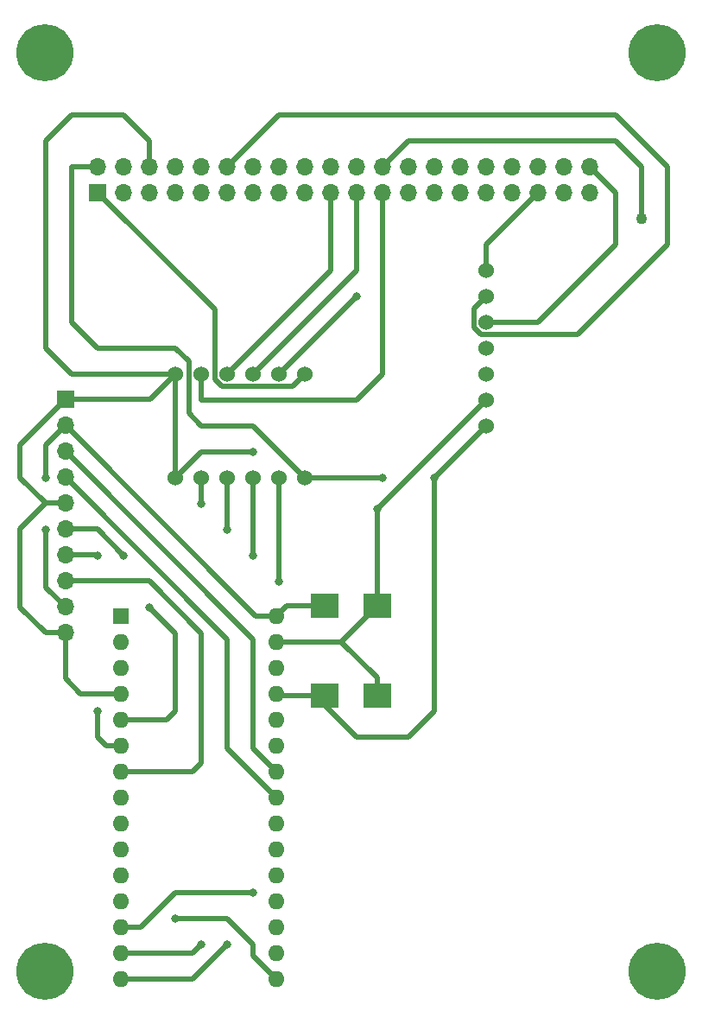
<source format=gbr>
%TF.GenerationSoftware,KiCad,Pcbnew,7.0.1*%
%TF.CreationDate,2023-03-30T15:27:08-04:00*%
%TF.ProjectId,BREAD_Slice,42524541-445f-4536-9c69-63652e6b6963,rev?*%
%TF.SameCoordinates,PX74eba40PY8552dc0*%
%TF.FileFunction,Copper,L2,Bot*%
%TF.FilePolarity,Positive*%
%FSLAX46Y46*%
G04 Gerber Fmt 4.6, Leading zero omitted, Abs format (unit mm)*
G04 Created by KiCad (PCBNEW 7.0.1) date 2023-03-30 15:27:08*
%MOMM*%
%LPD*%
G01*
G04 APERTURE LIST*
%TA.AperFunction,ComponentPad*%
%ADD10C,5.600000*%
%TD*%
%TA.AperFunction,ComponentPad*%
%ADD11R,1.600000X1.600000*%
%TD*%
%TA.AperFunction,ComponentPad*%
%ADD12O,1.600000X1.600000*%
%TD*%
%TA.AperFunction,ComponentPad*%
%ADD13R,1.700000X1.700000*%
%TD*%
%TA.AperFunction,ComponentPad*%
%ADD14O,1.700000X1.700000*%
%TD*%
%TA.AperFunction,ComponentPad*%
%ADD15C,1.524000*%
%TD*%
%TA.AperFunction,SMDPad,CuDef*%
%ADD16R,2.770000X2.350000*%
%TD*%
%TA.AperFunction,ViaPad*%
%ADD17C,0.800000*%
%TD*%
%TA.AperFunction,ViaPad*%
%ADD18C,1.100000*%
%TD*%
%TA.AperFunction,Conductor*%
%ADD19C,0.508000*%
%TD*%
G04 APERTURE END LIST*
D10*
%TO.P,H1,1*%
%TO.N,N/C*%
X5000000Y95000000D03*
%TD*%
%TO.P,H2,1*%
%TO.N,N/C*%
X65000000Y95000000D03*
%TD*%
%TO.P,H3,1*%
%TO.N,N/C*%
X5000000Y5000000D03*
%TD*%
%TO.P,H4,1*%
%TO.N,N/C*%
X65000000Y5000000D03*
%TD*%
D11*
%TO.P,A1,1,D1/TX*%
%TO.N,unconnected-(A1-D1{slash}TX-Pad1)*%
X12400000Y39800000D03*
D12*
%TO.P,A1,2,D0/RX*%
%TO.N,unconnected-(A1-D0{slash}RX-Pad2)*%
X12400000Y37260000D03*
%TO.P,A1,3,~{RESET}*%
%TO.N,unconnected-(A1-~{RESET}-Pad3)*%
X12400000Y34720000D03*
%TO.P,A1,4,GND*%
%TO.N,GND*%
X12400000Y32180000D03*
%TO.P,A1,5,D2*%
%TO.N,/E_STOP*%
X12400000Y29640000D03*
%TO.P,A1,6,D3*%
%TO.N,/SYNC*%
X12400000Y27100000D03*
%TO.P,A1,7,D4*%
%TO.N,/INT*%
X12400000Y24560000D03*
%TO.P,A1,8,D5*%
%TO.N,unconnected-(A1-D5-Pad8)*%
X12400000Y22020000D03*
%TO.P,A1,9,D6*%
%TO.N,unconnected-(A1-D6-Pad9)*%
X12400000Y19480000D03*
%TO.P,A1,10,D7*%
%TO.N,unconnected-(A1-D7-Pad10)*%
X12400000Y16940000D03*
%TO.P,A1,11,D8*%
%TO.N,unconnected-(A1-D8-Pad11)*%
X12400000Y14400000D03*
%TO.P,A1,12,D9*%
%TO.N,unconnected-(A1-D9-Pad12)*%
X12400000Y11860000D03*
%TO.P,A1,13,D10*%
%TO.N,/SS_NANO*%
X12400000Y9320000D03*
%TO.P,A1,14,D11*%
%TO.N,/MOSI_NANO*%
X12400000Y6780000D03*
%TO.P,A1,15,D12*%
%TO.N,/MISO_NANO*%
X12400000Y4240000D03*
%TO.P,A1,16,D13*%
%TO.N,/SCLK_NANO*%
X27640000Y4240000D03*
%TO.P,A1,17,3V3*%
%TO.N,unconnected-(A1-3V3-Pad17)*%
X27640000Y6780000D03*
%TO.P,A1,18,AREF*%
%TO.N,unconnected-(A1-AREF-Pad18)*%
X27640000Y9320000D03*
%TO.P,A1,19,A0*%
%TO.N,unconnected-(A1-A0-Pad19)*%
X27640000Y11860000D03*
%TO.P,A1,20,A1*%
%TO.N,unconnected-(A1-A1-Pad20)*%
X27640000Y14400000D03*
%TO.P,A1,21,A2*%
%TO.N,unconnected-(A1-A2-Pad21)*%
X27640000Y16940000D03*
%TO.P,A1,22,A3*%
%TO.N,unconnected-(A1-A3-Pad22)*%
X27640000Y19480000D03*
%TO.P,A1,23,A4*%
%TO.N,/I2C_DAT*%
X27640000Y22020000D03*
%TO.P,A1,24,A5*%
%TO.N,/I2C_CLK*%
X27640000Y24560000D03*
%TO.P,A1,25,A6*%
%TO.N,unconnected-(A1-A6-Pad25)*%
X27640000Y27100000D03*
%TO.P,A1,26,A7*%
%TO.N,unconnected-(A1-A7-Pad26)*%
X27640000Y29640000D03*
%TO.P,A1,27,+5V*%
%TO.N,+5V*%
X27640000Y32180000D03*
%TO.P,A1,28,~{RESET}*%
%TO.N,unconnected-(A1-~{RESET}-Pad28)*%
X27640000Y34720000D03*
%TO.P,A1,29,GND*%
%TO.N,GND*%
X27640000Y37260000D03*
%TO.P,A1,30,VIN*%
%TO.N,+12V*%
X27640000Y39800000D03*
%TD*%
D13*
%TO.P,J1,1,Pin_1*%
%TO.N,GND*%
X7000000Y61000000D03*
D14*
%TO.P,J1,2,Pin_2*%
%TO.N,+12V*%
X7000000Y58460000D03*
%TO.P,J1,3,Pin_3*%
%TO.N,/I2C_CLK*%
X7000000Y55920000D03*
%TO.P,J1,4,Pin_4*%
%TO.N,/I2C_DAT*%
X7000000Y53380000D03*
%TO.P,J1,5,Pin_5*%
%TO.N,GND*%
X7000000Y50840000D03*
%TO.P,J1,6,Pin_6*%
%TO.N,/E_STOP*%
X7000000Y48300000D03*
%TO.P,J1,7,Pin_7*%
%TO.N,/SYNC*%
X7000000Y45760000D03*
%TO.P,J1,8,Pin_8*%
%TO.N,/INT*%
X7000000Y43220000D03*
%TO.P,J1,9,Pin_9*%
%TO.N,+12V*%
X7000000Y40680000D03*
%TO.P,J1,10,Pin_10*%
%TO.N,GND*%
X7000000Y38140000D03*
%TD*%
D15*
%TO.P,U1,1,LV*%
%TO.N,+3.3V*%
X30480000Y63500000D03*
%TO.P,U1,2,A1*%
%TO.N,/SS_PI*%
X27940000Y63500000D03*
%TO.P,U1,3,A2*%
%TO.N,/MISO_PI*%
X25400000Y63500000D03*
%TO.P,U1,4,A3*%
%TO.N,/MOSI_PI*%
X22860000Y63500000D03*
%TO.P,U1,5,A4*%
%TO.N,/SCLK_PI*%
X20320000Y63500000D03*
%TO.P,U1,6,GND*%
%TO.N,GND*%
X17780000Y63500000D03*
%TO.P,U1,7,HV*%
%TO.N,+5V*%
X30480000Y53340000D03*
%TO.P,U1,8,B1*%
%TO.N,/SS_NANO*%
X27940000Y53340000D03*
%TO.P,U1,9,B2*%
%TO.N,/MISO_NANO*%
X25400000Y53340000D03*
%TO.P,U1,10,B3*%
%TO.N,/MOSI_NANO*%
X22860000Y53340000D03*
%TO.P,U1,11,B4*%
%TO.N,/SCLK_NANO*%
X20320000Y53340000D03*
%TO.P,U1,12,GND*%
%TO.N,GND*%
X17780000Y53340000D03*
%TD*%
%TO.P,U2,1,LRC*%
%TO.N,/I2S_LRC*%
X48260000Y73660000D03*
%TO.P,U2,2,BCLK*%
%TO.N,/I2S_BCLK*%
X48260000Y71120000D03*
%TO.P,U2,3,DIN*%
%TO.N,/I2S_DIN*%
X48260000Y68580000D03*
%TO.P,U2,4,GAIN*%
%TO.N,unconnected-(U2-GAIN-Pad4)*%
X48260000Y66040000D03*
%TO.P,U2,5,SD*%
%TO.N,unconnected-(U2-SD-Pad5)*%
X48260000Y63500000D03*
%TO.P,U2,6,GND*%
%TO.N,GND*%
X48260000Y60960000D03*
%TO.P,U2,7,5V*%
%TO.N,+5V*%
X48260000Y58420000D03*
%TD*%
D13*
%TO.P,J2,1,3V3*%
%TO.N,+3.3V*%
X10160000Y81280000D03*
D14*
%TO.P,J2,2,5V*%
%TO.N,+5V*%
X10160000Y83820000D03*
%TO.P,J2,3,SDA/GPIO2*%
%TO.N,unconnected-(J2-SDA{slash}GPIO2-Pad3)*%
X12700000Y81280000D03*
%TO.P,J2,4,5V*%
%TO.N,unconnected-(J2-5V-Pad4)*%
X12700000Y83820000D03*
%TO.P,J2,5,SCL/GPIO3*%
%TO.N,unconnected-(J2-SCL{slash}GPIO3-Pad5)*%
X15240000Y81280000D03*
%TO.P,J2,6,GND*%
%TO.N,GND*%
X15240000Y83820000D03*
%TO.P,J2,7,GCLK0/GPIO4*%
%TO.N,unconnected-(J2-GCLK0{slash}GPIO4-Pad7)*%
X17780000Y81280000D03*
%TO.P,J2,8,GPIO14/TXD*%
%TO.N,unconnected-(J2-GPIO14{slash}TXD-Pad8)*%
X17780000Y83820000D03*
%TO.P,J2,9,GND*%
%TO.N,unconnected-(J2-GND-Pad9)*%
X20320000Y81280000D03*
%TO.P,J2,10,GPIO15/RXD*%
%TO.N,unconnected-(J2-GPIO15{slash}RXD-Pad10)*%
X20320000Y83820000D03*
%TO.P,J2,11,GPIO17*%
%TO.N,unconnected-(J2-GPIO17-Pad11)*%
X22860000Y81280000D03*
%TO.P,J2,12,GPIO18/PWM0*%
%TO.N,/I2S_BCLK*%
X22860000Y83820000D03*
%TO.P,J2,13,GPIO27*%
%TO.N,unconnected-(J2-GPIO27-Pad13)*%
X25400000Y81280000D03*
%TO.P,J2,14,GND*%
%TO.N,unconnected-(J2-GND-Pad14)*%
X25400000Y83820000D03*
%TO.P,J2,15,GPIO22*%
%TO.N,unconnected-(J2-GPIO22-Pad15)*%
X27940000Y81280000D03*
%TO.P,J2,16,GPIO23*%
%TO.N,unconnected-(J2-GPIO23-Pad16)*%
X27940000Y83820000D03*
%TO.P,J2,17,3V3*%
%TO.N,unconnected-(J2-3V3-Pad17)*%
X30480000Y81280000D03*
%TO.P,J2,18,GPIO24*%
%TO.N,unconnected-(J2-GPIO24-Pad18)*%
X30480000Y83820000D03*
%TO.P,J2,19,MOSI0/GPIO10*%
%TO.N,/MOSI_PI*%
X33020000Y81280000D03*
%TO.P,J2,20,GND*%
%TO.N,unconnected-(J2-GND-Pad20)*%
X33020000Y83820000D03*
%TO.P,J2,21,MISO0/GPIO9*%
%TO.N,/MISO_PI*%
X35560000Y81280000D03*
%TO.P,J2,22,GPIO25*%
%TO.N,unconnected-(J2-GPIO25-Pad22)*%
X35560000Y83820000D03*
%TO.P,J2,23,SCLK0/GPIO11*%
%TO.N,/SCLK_PI*%
X38100000Y81280000D03*
%TO.P,J2,24,~{CE0}/GPIO8*%
%TO.N,/SS_PI*%
X38100000Y83820000D03*
%TO.P,J2,25,GND*%
%TO.N,unconnected-(J2-GND-Pad25)*%
X40640000Y81280000D03*
%TO.P,J2,26,~{CE1}/GPIO7*%
%TO.N,unconnected-(J2-~{CE1}{slash}GPIO7-Pad26)*%
X40640000Y83820000D03*
%TO.P,J2,27,ID_SD/GPIO0*%
%TO.N,unconnected-(J2-ID_SD{slash}GPIO0-Pad27)*%
X43180000Y81280000D03*
%TO.P,J2,28,ID_SC/GPIO1*%
%TO.N,unconnected-(J2-ID_SC{slash}GPIO1-Pad28)*%
X43180000Y83820000D03*
%TO.P,J2,29,GCLK1/GPIO5*%
%TO.N,unconnected-(J2-GCLK1{slash}GPIO5-Pad29)*%
X45720000Y81280000D03*
%TO.P,J2,30,GND*%
%TO.N,unconnected-(J2-GND-Pad30)*%
X45720000Y83820000D03*
%TO.P,J2,31,GCLK2/GPIO6*%
%TO.N,unconnected-(J2-GCLK2{slash}GPIO6-Pad31)*%
X48260000Y81280000D03*
%TO.P,J2,32,PWM0/GPIO12*%
%TO.N,unconnected-(J2-PWM0{slash}GPIO12-Pad32)*%
X48260000Y83820000D03*
%TO.P,J2,33,PWM1/GPIO13*%
%TO.N,unconnected-(J2-PWM1{slash}GPIO13-Pad33)*%
X50800000Y81280000D03*
%TO.P,J2,34,GND*%
%TO.N,unconnected-(J2-GND-Pad34)*%
X50800000Y83820000D03*
%TO.P,J2,35,GPIO19/MISO1*%
%TO.N,/I2S_LRC*%
X53340000Y81280000D03*
%TO.P,J2,36,GPIO16*%
%TO.N,unconnected-(J2-GPIO16-Pad36)*%
X53340000Y83820000D03*
%TO.P,J2,37,GPIO26*%
%TO.N,unconnected-(J2-GPIO26-Pad37)*%
X55880000Y81280000D03*
%TO.P,J2,38,GPIO20/MOSI1*%
%TO.N,unconnected-(J2-GPIO20{slash}MOSI1-Pad38)*%
X55880000Y83820000D03*
%TO.P,J2,39,GND*%
%TO.N,unconnected-(J2-GND-Pad39)*%
X58420000Y81280000D03*
%TO.P,J2,40,GPIO21/SCLK1*%
%TO.N,/I2S_DIN*%
X58420000Y83820000D03*
%TD*%
D16*
%TO.P,C2,1*%
%TO.N,+5V*%
X32430000Y32000000D03*
%TO.P,C2,2*%
%TO.N,GND*%
X37570000Y32000000D03*
%TD*%
%TO.P,C1,1*%
%TO.N,+12V*%
X32430000Y40800000D03*
%TO.P,C1,2*%
%TO.N,GND*%
X37570000Y40800000D03*
%TD*%
D17*
%TO.N,GND*%
X25400000Y55880000D03*
X37570000Y50270000D03*
%TO.N,+5V*%
X43180000Y53340000D03*
X38100000Y53340000D03*
%TO.N,/SYNC*%
X10160000Y30480000D03*
X10160000Y45720000D03*
%TO.N,/E_STOP*%
X12700000Y45720000D03*
X15240000Y40640000D03*
%TO.N,/SS_NANO*%
X25400000Y12700000D03*
X27940000Y43180000D03*
%TO.N,/MOSI_NANO*%
X22860000Y48260000D03*
X20320000Y7620000D03*
%TO.N,/MISO_NANO*%
X25400000Y45720000D03*
X22860000Y7620000D03*
%TO.N,/SCLK_NANO*%
X17780000Y10160000D03*
X20320000Y50800000D03*
%TO.N,+12V*%
X5080000Y48260000D03*
X5080000Y53340000D03*
D18*
%TO.N,/SS_PI*%
X63500000Y78740000D03*
D17*
X35560000Y71120000D03*
%TD*%
D19*
%TO.N,+3.3V*%
X29264000Y62284000D02*
X22356316Y62284000D01*
X22356316Y62284000D02*
X21644000Y62996316D01*
X21644000Y69796000D02*
X10160000Y81280000D01*
X21644000Y62996316D02*
X21644000Y69796000D01*
X30480000Y63500000D02*
X29264000Y62284000D01*
%TO.N,GND*%
X5080000Y86360000D02*
X7620000Y88900000D01*
X7000000Y33640000D02*
X8460000Y32180000D01*
X5040000Y38140000D02*
X7000000Y38140000D01*
X5040000Y50840000D02*
X2540000Y48340000D01*
X2540000Y56540000D02*
X2540000Y53340000D01*
X12700000Y88900000D02*
X15240000Y86360000D01*
X17780000Y53340000D02*
X20320000Y55880000D01*
X17780000Y63500000D02*
X7620000Y63500000D01*
X7000000Y38140000D02*
X7000000Y33640000D01*
X7620000Y63500000D02*
X5080000Y66040000D01*
X34030000Y37260000D02*
X37570000Y40800000D01*
X17780000Y63500000D02*
X17780000Y53340000D01*
X7000000Y61000000D02*
X2540000Y56540000D01*
X2540000Y40640000D02*
X5040000Y38140000D01*
X20320000Y55880000D02*
X25400000Y55880000D01*
X2540000Y53340000D02*
X5040000Y50840000D01*
X37570000Y50270000D02*
X37570000Y40800000D01*
X15280000Y61000000D02*
X17780000Y63500000D01*
X15240000Y86360000D02*
X15240000Y83820000D01*
X5080000Y66040000D02*
X5080000Y86360000D01*
X27640000Y37260000D02*
X34030000Y37260000D01*
X37570000Y33720000D02*
X34030000Y37260000D01*
X37570000Y32000000D02*
X37570000Y33720000D01*
X8460000Y32180000D02*
X12400000Y32180000D01*
X48260000Y60960000D02*
X37570000Y50270000D01*
X5040000Y50840000D02*
X7000000Y50840000D01*
X7000000Y61000000D02*
X15280000Y61000000D01*
X2540000Y48340000D02*
X2540000Y40640000D01*
X7620000Y88900000D02*
X12700000Y88900000D01*
%TO.N,+5V*%
X19104000Y64716000D02*
X17780000Y66040000D01*
X7620000Y83820000D02*
X7620000Y68580000D01*
X48260000Y58420000D02*
X43180000Y53340000D01*
X43180000Y30480000D02*
X43180000Y53340000D01*
X7620000Y68580000D02*
X10160000Y66040000D01*
X32430000Y31070000D02*
X35560000Y27940000D01*
X30480000Y53340000D02*
X25400000Y58420000D01*
X27820000Y32000000D02*
X27640000Y32180000D01*
X30480000Y53340000D02*
X38100000Y53340000D01*
X35560000Y27940000D02*
X40640000Y27940000D01*
X25400000Y58420000D02*
X20320000Y58420000D01*
X40640000Y27940000D02*
X43180000Y30480000D01*
X32430000Y32000000D02*
X32430000Y31070000D01*
X32430000Y32000000D02*
X27820000Y32000000D01*
X17780000Y66040000D02*
X10160000Y66040000D01*
X10160000Y83820000D02*
X7620000Y83820000D01*
X19104000Y59636000D02*
X19104000Y64716000D01*
X20320000Y58420000D02*
X19104000Y59636000D01*
%TO.N,/I2C_CLK*%
X25400000Y37520000D02*
X7000000Y55920000D01*
X25400000Y26800000D02*
X25400000Y37520000D01*
X27640000Y24560000D02*
X25400000Y26800000D01*
%TO.N,/I2C_DAT*%
X22860000Y37520000D02*
X7000000Y53380000D01*
X27640000Y22020000D02*
X22860000Y26800000D01*
X22860000Y26800000D02*
X22860000Y37520000D01*
%TO.N,/SYNC*%
X7040000Y45720000D02*
X7620000Y45720000D01*
X11000000Y27100000D02*
X10160000Y27940000D01*
X7000000Y45760000D02*
X7040000Y45720000D01*
X10120000Y45760000D02*
X10160000Y45720000D01*
X7000000Y45760000D02*
X10120000Y45760000D01*
X10160000Y27940000D02*
X10160000Y30480000D01*
X12400000Y27100000D02*
X11000000Y27100000D01*
%TO.N,/E_STOP*%
X7000000Y48300000D02*
X10120000Y48300000D01*
X17780000Y38100000D02*
X15240000Y40640000D01*
X12400000Y29640000D02*
X16940000Y29640000D01*
X17780000Y30480000D02*
X17780000Y38100000D01*
X10120000Y48300000D02*
X12700000Y45720000D01*
X16940000Y29640000D02*
X17780000Y30480000D01*
%TO.N,/SS_NANO*%
X27940000Y53340000D02*
X27940000Y43180000D01*
X14400000Y9320000D02*
X17780000Y12700000D01*
X17780000Y12700000D02*
X25400000Y12700000D01*
X12400000Y9320000D02*
X14400000Y9320000D01*
%TO.N,/MOSI_NANO*%
X12400000Y6780000D02*
X19480000Y6780000D01*
X19480000Y6780000D02*
X20320000Y7620000D01*
X22860000Y53340000D02*
X22860000Y48260000D01*
%TO.N,/MISO_NANO*%
X25400000Y53340000D02*
X25400000Y45720000D01*
X19480000Y4240000D02*
X22860000Y7620000D01*
X12400000Y4240000D02*
X19480000Y4240000D01*
%TO.N,/SCLK_NANO*%
X25400000Y7620000D02*
X22860000Y10160000D01*
X22860000Y10160000D02*
X17780000Y10160000D01*
X27640000Y4240000D02*
X25400000Y6480000D01*
X20320000Y53340000D02*
X20320000Y50800000D01*
X25400000Y6480000D02*
X25400000Y7620000D01*
%TO.N,+12V*%
X27640000Y39800000D02*
X25660000Y39800000D01*
X25660000Y39800000D02*
X7000000Y58460000D01*
X28640000Y40800000D02*
X27640000Y39800000D01*
X32430000Y40800000D02*
X28640000Y40800000D01*
X5080000Y42600000D02*
X5080000Y48260000D01*
X5080000Y56540000D02*
X5080000Y55880000D01*
X7000000Y58460000D02*
X5080000Y56540000D01*
X5080000Y55880000D02*
X5080000Y53340000D01*
X7000000Y40680000D02*
X5080000Y42600000D01*
%TO.N,/INT*%
X12400000Y24560000D02*
X19480000Y24560000D01*
X19480000Y24560000D02*
X20320000Y25400000D01*
X20320000Y38100000D02*
X15200000Y43220000D01*
X15200000Y43220000D02*
X7000000Y43220000D01*
X20320000Y25400000D02*
X20320000Y38100000D01*
%TO.N,/I2S_LRC*%
X48260000Y73660000D02*
X48260000Y76200000D01*
X48260000Y76200000D02*
X53340000Y81280000D01*
%TO.N,/I2S_BCLK*%
X27940000Y88900000D02*
X60960000Y88900000D01*
X47044000Y69904000D02*
X47044000Y68076316D01*
X47044000Y68076316D02*
X47756316Y67364000D01*
X66040000Y83820000D02*
X66040000Y76200000D01*
X60960000Y88900000D02*
X66040000Y83820000D01*
X47756316Y67364000D02*
X57204000Y67364000D01*
X48260000Y71120000D02*
X47044000Y69904000D01*
X57204000Y67364000D02*
X66040000Y76200000D01*
X22860000Y83820000D02*
X27940000Y88900000D01*
%TO.N,/I2S_DIN*%
X60960000Y81280000D02*
X58420000Y83820000D01*
X48260000Y68580000D02*
X53340000Y68580000D01*
X53340000Y68580000D02*
X60960000Y76200000D01*
X60960000Y76200000D02*
X60960000Y81280000D01*
%TO.N,/MOSI_PI*%
X33020000Y73660000D02*
X22860000Y63500000D01*
X33020000Y81280000D02*
X33020000Y73660000D01*
%TO.N,/MISO_PI*%
X35560000Y73660000D02*
X35560000Y81280000D01*
X25400000Y63500000D02*
X35560000Y73660000D01*
%TO.N,/SCLK_PI*%
X20320000Y63500000D02*
X20320000Y60960000D01*
X38100000Y81280000D02*
X38100000Y73660000D01*
X35560000Y60960000D02*
X38100000Y63500000D01*
X38100000Y63500000D02*
X38100000Y73660000D01*
X20320000Y60960000D02*
X35560000Y60960000D01*
%TO.N,/SS_PI*%
X63500000Y83820000D02*
X63500000Y78740000D01*
X60960000Y86360000D02*
X63500000Y83820000D01*
X40640000Y86360000D02*
X60960000Y86360000D01*
X27940000Y63500000D02*
X35560000Y71120000D01*
X38100000Y83820000D02*
X40640000Y86360000D01*
%TD*%
M02*

</source>
